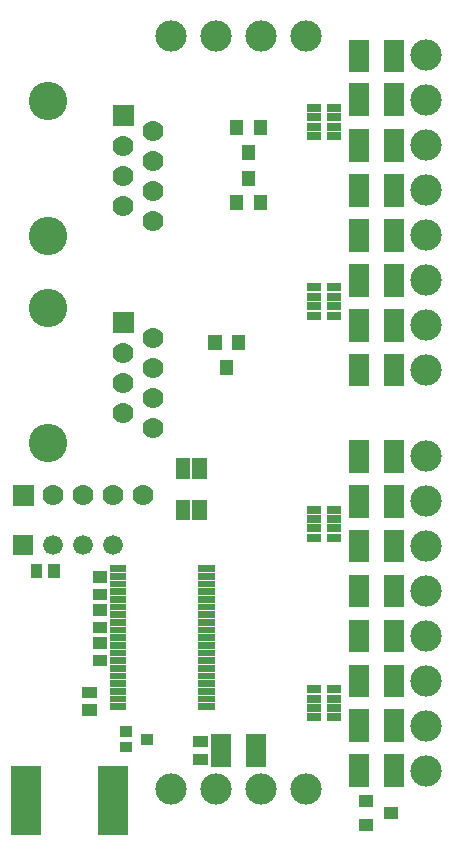
<source format=gbr>
G04 start of page 6 for group -4063 idx -4063 *
G04 Title: (unknown), componentmask *
G04 Creator: pcb 20110918 *
G04 CreationDate: Tue 21 Aug 2012 15:57:03 GMT UTC *
G04 For: rob *
G04 Format: Gerber/RS-274X *
G04 PCB-Dimensions: 157480 283465 *
G04 PCB-Coordinate-Origin: lower left *
%MOIN*%
%FSLAX25Y25*%
%LNTOPMASK*%
%ADD84R,0.1004X0.1004*%
%ADD83R,0.0350X0.0350*%
%ADD82R,0.0218X0.0218*%
%ADD81R,0.0400X0.0400*%
%ADD80R,0.0660X0.0660*%
%ADD79R,0.0266X0.0266*%
%ADD78R,0.0440X0.0440*%
%ADD77R,0.0381X0.0381*%
%ADD76R,0.0494X0.0494*%
%ADD75C,0.0700*%
%ADD74C,0.1280*%
%ADD73C,0.0660*%
%ADD72C,0.0001*%
%ADD71C,0.1043*%
G54D71*X141339Y127362D03*
Y155868D03*
Y170868D03*
G54D72*G36*
X3708Y100938D02*Y94338D01*
X10308D01*
Y100938D01*
X3708D01*
G37*
G54D73*X17008Y97638D03*
G54D72*G36*
X3509Y117674D02*Y110674D01*
X10509D01*
Y117674D01*
X3509D01*
G37*
G54D74*X15354Y131773D03*
G54D73*X27008Y97638D03*
X37008D03*
G54D75*X17009Y114174D03*
X27009D03*
X37009D03*
X47009D03*
X50354Y136773D03*
Y146773D03*
X40354Y141773D03*
Y161773D03*
Y151773D03*
G54D72*G36*
X36854Y175273D02*Y168273D01*
X43854D01*
Y175273D01*
X36854D01*
G37*
G54D75*X50354Y156773D03*
Y166773D03*
G54D74*X15354Y176773D03*
G54D71*X141339Y67362D03*
Y82362D03*
Y97362D03*
Y112362D03*
Y22362D03*
Y37362D03*
Y52362D03*
X56261Y16145D03*
X71261D03*
X86261D03*
X101261D03*
X101220Y267323D03*
X86220D03*
X71220D03*
X56220D03*
X141339Y260868D03*
Y185868D03*
Y200868D03*
Y215868D03*
Y230868D03*
Y245868D03*
G54D75*X50354Y205670D03*
X40354Y210670D03*
X50354Y225670D03*
X40354Y230670D03*
Y220670D03*
X50354Y215670D03*
G54D72*G36*
X36854Y244170D02*Y237170D01*
X43854D01*
Y244170D01*
X36854D01*
G37*
G54D75*X50354Y235670D03*
G54D74*X15354Y245670D03*
Y200670D03*
G54D76*X60236Y124020D02*Y122052D01*
Y110240D02*Y108272D01*
G54D77*X17251Y89461D02*Y88493D01*
X11417Y89461D02*Y88493D01*
X32193Y87008D02*X33161D01*
G54D78*X85986Y237044D02*Y236444D01*
X78186Y237044D02*Y236444D01*
Y211983D02*Y211383D01*
X82086Y220183D02*Y219583D01*
Y228844D02*Y228244D01*
X85986Y211983D02*Y211383D01*
G54D79*X103001Y243309D02*X104871D01*
X103001Y240159D02*X104871D01*
X103001Y237010D02*X104871D01*
X103001Y233860D02*X104871D01*
X109694Y240159D02*X111564D01*
G54D80*X130709Y262749D02*Y258513D01*
Y248182D02*Y243946D01*
Y232828D02*Y228592D01*
X118989Y217867D02*Y213631D01*
X130709Y217867D02*Y213631D01*
X118989Y262749D02*Y258513D01*
Y248182D02*Y243946D01*
Y232828D02*Y228592D01*
G54D79*X109694Y243309D02*X111564D01*
X109694Y237010D02*X111564D01*
X109694Y233860D02*X111564D01*
G54D80*X118988Y24559D02*Y20323D01*
G54D77*X65658Y26217D02*X66626D01*
X65658Y32051D02*X66626D01*
G54D80*X84600Y31252D02*Y27016D01*
X72880Y31252D02*Y27016D01*
X130708Y24559D02*Y20323D01*
Y39519D02*Y35283D01*
G54D81*X120961Y12205D02*X121561D01*
X120961Y4405D02*X121561D01*
X129161Y8305D02*X129761D01*
G54D79*X109694Y40157D02*X111564D01*
X109694Y43307D02*X111564D01*
X109694Y46456D02*X111564D01*
X109694Y49606D02*X111564D01*
X103001Y40157D02*X104871D01*
X103001Y43307D02*X104871D01*
X103001Y46456D02*X104871D01*
X103001Y49606D02*X104871D01*
G54D80*X118988Y39519D02*Y35283D01*
G54D77*X32193Y70151D02*X33161D01*
X32193Y64961D02*X33161D01*
G54D82*X36908Y66735D02*X40254D01*
X36908Y64176D02*X40254D01*
X36908Y61617D02*X40254D01*
X36908Y59058D02*X40254D01*
G54D77*X32193Y59127D02*X33161D01*
G54D82*X66436Y43704D02*X69782D01*
G54D77*X28650Y42592D02*X29618D01*
G54D83*X41039Y35416D02*X41639D01*
X41039Y30316D02*X41639D01*
X48039Y32816D02*X48639D01*
G54D84*X7875Y19094D02*Y6102D01*
X37009Y19094D02*Y6102D01*
G54D82*X36908Y51381D02*X40254D01*
X36908Y48822D02*X40254D01*
X36908Y46263D02*X40254D01*
X36908Y43704D02*X40254D01*
G54D77*X28650Y48426D02*X29618D01*
G54D82*X66436Y46263D02*X69782D01*
X66436Y48822D02*X69782D01*
X66436Y51381D02*X69782D01*
X66436Y53940D02*X69782D01*
X66436Y56499D02*X69782D01*
X66436Y59058D02*X69782D01*
X66436Y61617D02*X69782D01*
X66436Y64176D02*X69782D01*
X66436Y66735D02*X69782D01*
X66436Y69294D02*X69782D01*
X66436Y71853D02*X69782D01*
X66436Y74412D02*X69782D01*
X66436Y76971D02*X69782D01*
X66436Y79530D02*X69782D01*
X66436Y82089D02*X69782D01*
G54D77*X32193Y75985D02*X33161D01*
G54D82*X36908Y89766D02*X40254D01*
X36908Y87207D02*X40254D01*
X36908Y84648D02*X40254D01*
X36908Y74412D02*X40254D01*
X36908Y71853D02*X40254D01*
X36908Y69294D02*X40254D01*
X36908Y82089D02*X40254D01*
X36908Y79530D02*X40254D01*
X36908Y76971D02*X40254D01*
G54D77*X32193Y81174D02*X33161D01*
G54D82*X36908Y56499D02*X40254D01*
X36908Y53940D02*X40254D01*
G54D80*X118989Y202906D02*Y198670D01*
X130709Y202906D02*Y198670D01*
X118989Y187946D02*Y183710D01*
X130709Y187946D02*Y183710D01*
Y172985D02*Y168749D01*
Y158024D02*Y153788D01*
X118989Y172985D02*Y168749D01*
Y158024D02*Y153788D01*
G54D79*X103002Y183465D02*X104872D01*
X109695D02*X111565D01*
X103002Y180315D02*X104872D01*
X109695D02*X111565D01*
X103002Y177166D02*X104872D01*
X109695D02*X111565D01*
X103002Y174016D02*X104872D01*
X109695D02*X111565D01*
G54D78*X78739Y165262D02*Y164662D01*
X70939Y165262D02*Y164662D01*
X74839Y157062D02*Y156462D01*
G54D80*X130708Y99362D02*Y95126D01*
Y84401D02*Y80165D01*
G54D82*X66436Y84648D02*X69782D01*
X66436Y87207D02*X69782D01*
X66436Y89766D02*X69782D01*
G54D76*X65748Y124020D02*Y122052D01*
Y110240D02*Y108272D01*
G54D79*X109692Y99999D02*X111562D01*
X109692Y103149D02*X111562D01*
X109692Y106298D02*X111562D01*
X109692Y109448D02*X111562D01*
X102999Y99999D02*X104869D01*
X102999Y103149D02*X104869D01*
X102999Y106298D02*X104869D01*
X102999Y109448D02*X104869D01*
G54D80*X130708Y129283D02*Y125047D01*
X118988Y99362D02*Y95126D01*
X130708Y114322D02*Y110086D01*
X118988Y114322D02*Y110086D01*
Y129283D02*Y125047D01*
X130708Y54480D02*Y50244D01*
X118988Y54480D02*Y50244D01*
X130708Y69441D02*Y65205D01*
X118988Y69441D02*Y65205D01*
Y84401D02*Y80165D01*
M02*

</source>
